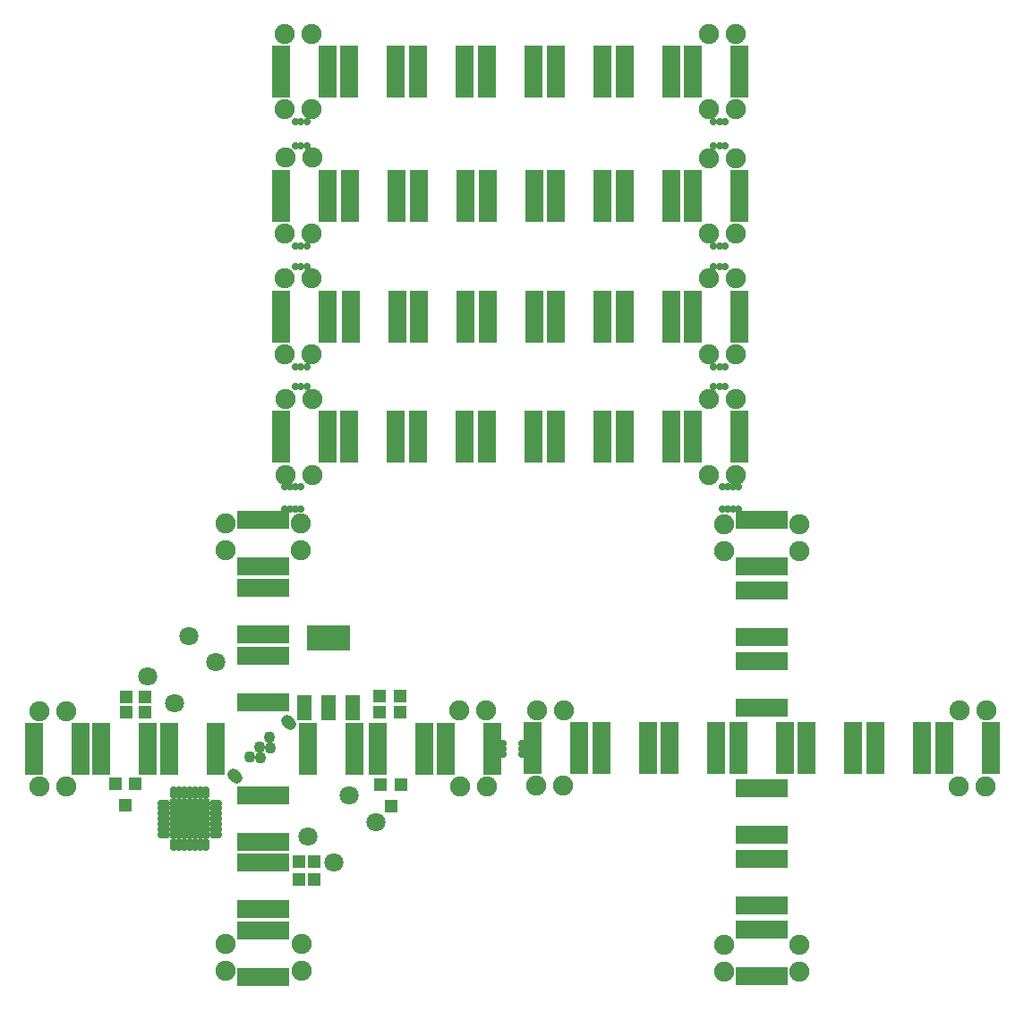
<source format=gbr>
G04 #@! TF.FileFunction,Soldermask,Top*
%FSLAX46Y46*%
G04 Gerber Fmt 4.6, Leading zero omitted, Abs format (unit mm)*
G04 Created by KiCad (PCBNEW 4.1.0-alpha+201605262346+6832~44~ubuntu16.04.1-product) date Sun Jun 12 18:08:28 2016*
%MOMM*%
%LPD*%
G01*
G04 APERTURE LIST*
%ADD10C,0.100000*%
%ADD11R,1.800000X1.800000*%
%ADD12R,1.700000X1.800000*%
%ADD13C,1.799540*%
%ADD14C,1.900000*%
%ADD15R,1.200000X1.150000*%
%ADD16R,1.800000X1.700000*%
%ADD17R,1.150000X1.200000*%
%ADD18O,0.700000X1.250000*%
%ADD19O,1.250000X0.700000*%
%ADD20R,2.075000X2.075000*%
%ADD21C,1.100000*%
%ADD22C,1.100000*%
%ADD23R,4.057600X2.432000*%
%ADD24R,1.416000X2.432000*%
%ADD25R,1.200100X1.200100*%
%ADD26C,0.700000*%
G04 APERTURE END LIST*
D10*
D11*
X107300000Y-134800000D03*
X107300000Y-130400000D03*
D12*
X105700000Y-130400000D03*
X105700000Y-134800000D03*
D11*
X104100000Y-134800000D03*
X104100000Y-130400000D03*
X107300000Y-141250000D03*
X107300000Y-136850000D03*
D12*
X105700000Y-136850000D03*
X105700000Y-141250000D03*
D11*
X104100000Y-141250000D03*
X104100000Y-136850000D03*
X107300000Y-128350000D03*
X107300000Y-123950000D03*
D12*
X105700000Y-123950000D03*
X105700000Y-128350000D03*
D11*
X104100000Y-128350000D03*
X104100000Y-123950000D03*
D13*
X101171296Y-137440511D03*
X97280511Y-141331296D03*
X98693000Y-134962215D03*
X94731504Y-138782289D03*
D14*
X102100000Y-126820000D03*
X102100000Y-124280000D03*
X109250000Y-126820000D03*
X109250000Y-124280000D03*
D15*
X110550000Y-156300000D03*
X109050000Y-156300000D03*
X109050000Y-158000000D03*
X110550000Y-158000000D03*
D11*
X104100000Y-156400000D03*
X104100000Y-160800000D03*
D12*
X105700000Y-160800000D03*
X105700000Y-156400000D03*
D11*
X107300000Y-156400000D03*
X107300000Y-160800000D03*
X104100000Y-162850000D03*
X104100000Y-167250000D03*
D12*
X105700000Y-167250000D03*
X105700000Y-162850000D03*
D11*
X107300000Y-162850000D03*
X107300000Y-167250000D03*
D14*
X109300000Y-164110000D03*
X109300000Y-166650000D03*
X102100000Y-164080000D03*
X102100000Y-166620000D03*
D11*
X94800000Y-144000000D03*
X90400000Y-144000000D03*
D16*
X90400000Y-145600000D03*
X94800000Y-145600000D03*
D11*
X94800000Y-147200000D03*
X90400000Y-147200000D03*
D14*
X87020000Y-149150000D03*
X84480000Y-149150000D03*
D17*
X92730000Y-140690000D03*
X92730000Y-142190000D03*
D18*
X100250000Y-149800000D03*
X99750000Y-149800000D03*
X99250000Y-149800000D03*
X98750000Y-149800000D03*
X98250000Y-149800000D03*
X97750000Y-149800000D03*
X97250000Y-149800000D03*
D19*
X96300000Y-150750000D03*
X96300000Y-151250000D03*
X96300000Y-151750000D03*
X96300000Y-152250000D03*
X96300000Y-152750000D03*
X96300000Y-153250000D03*
X96300000Y-153750000D03*
D18*
X97250000Y-154700000D03*
X97750000Y-154700000D03*
X98250000Y-154700000D03*
X98750000Y-154700000D03*
X99250000Y-154700000D03*
X99750000Y-154700000D03*
X100250000Y-154700000D03*
D19*
X101200000Y-153750000D03*
X101200000Y-153250000D03*
X101200000Y-152750000D03*
X101200000Y-152250000D03*
X101200000Y-151750000D03*
X101200000Y-151250000D03*
X101200000Y-150750000D03*
D20*
X97912500Y-153087500D03*
X99587500Y-153087500D03*
X97912500Y-151412500D03*
X99587500Y-151412500D03*
D11*
X88400000Y-144000000D03*
X84000000Y-144000000D03*
D16*
X84000000Y-145600000D03*
X88400000Y-145600000D03*
D11*
X88400000Y-147200000D03*
X84000000Y-147200000D03*
D17*
X94550000Y-142190000D03*
X94550000Y-140690000D03*
D11*
X101200000Y-144000000D03*
X96800000Y-144000000D03*
D16*
X96800000Y-145600000D03*
X101200000Y-145600000D03*
D11*
X101200000Y-147200000D03*
X96800000Y-147200000D03*
D14*
X87020000Y-142050000D03*
X84480000Y-142050000D03*
D17*
X118650000Y-142150000D03*
X118650000Y-140650000D03*
X116650000Y-142130000D03*
X116650000Y-140630000D03*
D11*
X109950000Y-147200000D03*
X114350000Y-147200000D03*
D16*
X114350000Y-145600000D03*
X109950000Y-145600000D03*
D11*
X109950000Y-144000000D03*
X114350000Y-144000000D03*
D21*
X107864186Y-142895559D02*
X108217740Y-143249113D01*
X102808373Y-147951373D02*
X103161927Y-148304927D01*
D22*
X104399717Y-146399627D03*
X105342644Y-145456700D03*
X106240669Y-144558675D03*
X105389313Y-146431093D03*
X106326229Y-145529532D03*
D11*
X116500000Y-147200000D03*
X120900000Y-147200000D03*
D16*
X120900000Y-145600000D03*
X116500000Y-145600000D03*
D11*
X116500000Y-144000000D03*
X120900000Y-144000000D03*
X104100000Y-150000000D03*
X104100000Y-154400000D03*
D12*
X105700000Y-154400000D03*
X105700000Y-150000000D03*
D11*
X107300000Y-150000000D03*
X107300000Y-154400000D03*
D13*
X109928704Y-153879489D03*
X113819489Y-149988704D03*
X112407000Y-156357785D03*
X116368496Y-152537711D03*
D14*
X110320000Y-119700000D03*
X107780000Y-119700000D03*
D11*
X111810000Y-103100000D03*
X107410000Y-103100000D03*
D16*
X107410000Y-104700000D03*
X111810000Y-104700000D03*
D11*
X111810000Y-106300000D03*
X107410000Y-106300000D03*
X111800000Y-114500000D03*
X107400000Y-114500000D03*
D16*
X107400000Y-116100000D03*
X111800000Y-116100000D03*
D11*
X111800000Y-117700000D03*
X107400000Y-117700000D03*
X118250000Y-114500000D03*
X113850000Y-114500000D03*
D16*
X113850000Y-116100000D03*
X118250000Y-116100000D03*
D11*
X118250000Y-117700000D03*
X113850000Y-117700000D03*
X118350000Y-103100000D03*
X113950000Y-103100000D03*
D16*
X113950000Y-104700000D03*
X118350000Y-104700000D03*
D11*
X118350000Y-106300000D03*
X113950000Y-106300000D03*
D14*
X110270000Y-108300000D03*
X107730000Y-108300000D03*
X110270000Y-101100000D03*
X107730000Y-101100000D03*
X110320000Y-112500000D03*
X107780000Y-112500000D03*
X110290000Y-96850000D03*
X107750000Y-96850000D03*
D11*
X111800000Y-91700000D03*
X107400000Y-91700000D03*
D16*
X107400000Y-93300000D03*
X111800000Y-93300000D03*
D11*
X111800000Y-94900000D03*
X107400000Y-94900000D03*
X111800000Y-79900000D03*
X107400000Y-79900000D03*
D16*
X107400000Y-81500000D03*
X111800000Y-81500000D03*
D11*
X111800000Y-83100000D03*
X107400000Y-83100000D03*
D14*
X110270000Y-85100000D03*
X107730000Y-85100000D03*
X110270000Y-77950000D03*
X107730000Y-77950000D03*
X110320000Y-89650000D03*
X107780000Y-89650000D03*
D11*
X131250000Y-79900000D03*
X126850000Y-79900000D03*
D16*
X126850000Y-81500000D03*
X131250000Y-81500000D03*
D11*
X131250000Y-83100000D03*
X126850000Y-83100000D03*
X137750000Y-79900000D03*
X133350000Y-79900000D03*
D16*
X133350000Y-81500000D03*
X137750000Y-81500000D03*
D11*
X137750000Y-83100000D03*
X133350000Y-83100000D03*
X137750000Y-91700000D03*
X133350000Y-91700000D03*
D16*
X133350000Y-93300000D03*
X137750000Y-93300000D03*
D11*
X137750000Y-94900000D03*
X133350000Y-94900000D03*
X131300000Y-91700000D03*
X126900000Y-91700000D03*
D16*
X126900000Y-93300000D03*
X131300000Y-93300000D03*
D11*
X131300000Y-94900000D03*
X126900000Y-94900000D03*
X131250000Y-114500000D03*
X126850000Y-114500000D03*
D16*
X126850000Y-116100000D03*
X131250000Y-116100000D03*
D11*
X131250000Y-117700000D03*
X126850000Y-117700000D03*
X131310000Y-103100000D03*
X126910000Y-103100000D03*
D16*
X126910000Y-104700000D03*
X131310000Y-104700000D03*
D11*
X131310000Y-106300000D03*
X126910000Y-106300000D03*
X124850000Y-103100000D03*
X120450000Y-103100000D03*
D16*
X120450000Y-104700000D03*
X124850000Y-104700000D03*
D11*
X124850000Y-106300000D03*
X120450000Y-106300000D03*
X137750000Y-114500000D03*
X133350000Y-114500000D03*
D16*
X133350000Y-116100000D03*
X137750000Y-116100000D03*
D11*
X137750000Y-117700000D03*
X133350000Y-117700000D03*
X137800000Y-103100000D03*
X133400000Y-103100000D03*
D16*
X133400000Y-104700000D03*
X137800000Y-104700000D03*
D11*
X137800000Y-106300000D03*
X133400000Y-106300000D03*
X124750000Y-114500000D03*
X120350000Y-114500000D03*
D16*
X120350000Y-116100000D03*
X124750000Y-116100000D03*
D11*
X124750000Y-117700000D03*
X120350000Y-117700000D03*
X144250000Y-79900000D03*
X139850000Y-79900000D03*
D16*
X139850000Y-81500000D03*
X144250000Y-81500000D03*
D11*
X144250000Y-83100000D03*
X139850000Y-83100000D03*
X150750000Y-79900000D03*
X146350000Y-79900000D03*
D16*
X146350000Y-81500000D03*
X150750000Y-81500000D03*
D11*
X150750000Y-83100000D03*
X146350000Y-83100000D03*
D14*
X150370000Y-85050000D03*
X147830000Y-85050000D03*
X150370000Y-77950000D03*
X147830000Y-77950000D03*
X150370000Y-96850000D03*
X147830000Y-96850000D03*
D11*
X144250000Y-91700000D03*
X139850000Y-91700000D03*
D16*
X139850000Y-93300000D03*
X144250000Y-93300000D03*
D11*
X144250000Y-94900000D03*
X139850000Y-94900000D03*
X150750000Y-91700000D03*
X146350000Y-91700000D03*
D16*
X146350000Y-93300000D03*
X150750000Y-93300000D03*
D11*
X150750000Y-94900000D03*
X146350000Y-94900000D03*
D14*
X150370000Y-89700000D03*
X147830000Y-89700000D03*
D11*
X124800000Y-91700000D03*
X120400000Y-91700000D03*
D16*
X120400000Y-93300000D03*
X124800000Y-93300000D03*
D11*
X124800000Y-94900000D03*
X120400000Y-94900000D03*
X118300000Y-91700000D03*
X113900000Y-91700000D03*
D16*
X113900000Y-93300000D03*
X118300000Y-93300000D03*
D11*
X118300000Y-94900000D03*
X113900000Y-94900000D03*
X118250000Y-79900000D03*
X113850000Y-79900000D03*
D16*
X113850000Y-81500000D03*
X118250000Y-81500000D03*
D11*
X118250000Y-83100000D03*
X113850000Y-83100000D03*
X124750000Y-79900000D03*
X120350000Y-79900000D03*
D16*
X120350000Y-81500000D03*
X124750000Y-81500000D03*
D11*
X124750000Y-83100000D03*
X120350000Y-83100000D03*
X144300000Y-103100000D03*
X139900000Y-103100000D03*
D16*
X139900000Y-104700000D03*
X144300000Y-104700000D03*
D11*
X144300000Y-106300000D03*
X139900000Y-106300000D03*
X150750000Y-103100000D03*
X146350000Y-103100000D03*
D16*
X146350000Y-104700000D03*
X150750000Y-104700000D03*
D11*
X150750000Y-106300000D03*
X146350000Y-106300000D03*
D14*
X150370000Y-101100000D03*
X147830000Y-101100000D03*
D11*
X150700000Y-114500000D03*
X146300000Y-114500000D03*
D16*
X146300000Y-116100000D03*
X150700000Y-116100000D03*
D11*
X150700000Y-117700000D03*
X146300000Y-117700000D03*
D14*
X150370000Y-108300000D03*
X147830000Y-108300000D03*
D11*
X144250000Y-114500000D03*
X139850000Y-114500000D03*
D16*
X139850000Y-116100000D03*
X144250000Y-116100000D03*
D11*
X144250000Y-117700000D03*
X139850000Y-117700000D03*
D14*
X150420000Y-119700000D03*
X147880000Y-119700000D03*
X150420000Y-112500000D03*
X147880000Y-112500000D03*
X124280000Y-149150000D03*
X126820000Y-149150000D03*
D11*
X154450000Y-153750000D03*
X154450000Y-149350000D03*
D12*
X152850000Y-149350000D03*
X152850000Y-153750000D03*
D11*
X151250000Y-153750000D03*
X151250000Y-149350000D03*
X122950000Y-147200000D03*
X127350000Y-147200000D03*
D16*
X127350000Y-145600000D03*
X122950000Y-145600000D03*
D11*
X122950000Y-144000000D03*
X127350000Y-144000000D03*
D14*
X149300000Y-166670000D03*
X149300000Y-164130000D03*
X156400000Y-166720000D03*
X156400000Y-164180000D03*
D11*
X154450000Y-167150000D03*
X154450000Y-162750000D03*
D12*
X152850000Y-162750000D03*
X152850000Y-167150000D03*
D11*
X151250000Y-167150000D03*
X151250000Y-162750000D03*
X154450000Y-160450000D03*
X154450000Y-156050000D03*
D12*
X152850000Y-156050000D03*
X152850000Y-160450000D03*
D11*
X151250000Y-160450000D03*
X151250000Y-156050000D03*
D14*
X124230000Y-142000000D03*
X126770000Y-142000000D03*
D11*
X144150000Y-147150000D03*
X148550000Y-147150000D03*
D16*
X148550000Y-145550000D03*
X144150000Y-145550000D03*
D11*
X144150000Y-143950000D03*
X148550000Y-143950000D03*
X151250000Y-137300000D03*
X151250000Y-141700000D03*
D12*
X152850000Y-141700000D03*
X152850000Y-137300000D03*
D11*
X154450000Y-137300000D03*
X154450000Y-141700000D03*
X150650000Y-147150000D03*
X155050000Y-147150000D03*
D16*
X155050000Y-145550000D03*
X150650000Y-145550000D03*
D11*
X150650000Y-143950000D03*
X155050000Y-143950000D03*
D14*
X131530000Y-149100000D03*
X134070000Y-149100000D03*
X131550000Y-141950000D03*
X134090000Y-141950000D03*
D11*
X131150000Y-147150000D03*
X135550000Y-147150000D03*
D16*
X135550000Y-145550000D03*
X131150000Y-145550000D03*
D11*
X131150000Y-143950000D03*
X135550000Y-143950000D03*
X137650000Y-147150000D03*
X142050000Y-147150000D03*
D16*
X142050000Y-145550000D03*
X137650000Y-145550000D03*
D11*
X137650000Y-143950000D03*
X142050000Y-143950000D03*
D14*
X174020000Y-149150000D03*
X171480000Y-149150000D03*
D11*
X168000000Y-143950000D03*
X163600000Y-143950000D03*
D16*
X163600000Y-145550000D03*
X168000000Y-145550000D03*
D11*
X168000000Y-147150000D03*
X163600000Y-147150000D03*
X174500000Y-143950000D03*
X170100000Y-143950000D03*
D16*
X170100000Y-145550000D03*
X174500000Y-145550000D03*
D11*
X174500000Y-147150000D03*
X170100000Y-147150000D03*
X161500000Y-143950000D03*
X157100000Y-143950000D03*
D16*
X157100000Y-145550000D03*
X161500000Y-145550000D03*
D11*
X161500000Y-147150000D03*
X157100000Y-147150000D03*
D14*
X174070000Y-142000000D03*
X171530000Y-142000000D03*
D11*
X151250000Y-123950000D03*
X151250000Y-128350000D03*
D12*
X152850000Y-128350000D03*
X152850000Y-123950000D03*
D11*
X154450000Y-123950000D03*
X154450000Y-128350000D03*
X151250000Y-130600000D03*
X151250000Y-135000000D03*
D12*
X152850000Y-135000000D03*
X152850000Y-130600000D03*
D11*
X154450000Y-130600000D03*
X154450000Y-135000000D03*
D14*
X156400000Y-124330000D03*
X156400000Y-126870000D03*
X149300000Y-124330000D03*
X149300000Y-126870000D03*
D23*
X111850000Y-135098000D03*
D24*
X111850000Y-141702000D03*
X114136000Y-141702000D03*
X109564000Y-141702000D03*
D25*
X93600000Y-148949240D03*
X91700000Y-148949240D03*
X92650000Y-150948220D03*
X118700000Y-149000240D03*
X116800000Y-149000240D03*
X117750000Y-150999220D03*
D26*
X108700000Y-120850000D03*
X109200000Y-120850000D03*
X108200000Y-120850000D03*
X107700000Y-120850000D03*
X149100000Y-120850000D03*
X149600000Y-120850000D03*
X150100000Y-120850000D03*
X150600000Y-120850000D03*
X149100000Y-122900000D03*
X149600000Y-122900000D03*
X150100000Y-122900000D03*
X150600000Y-122900000D03*
X107700000Y-122900000D03*
X108200000Y-122900000D03*
X108700000Y-122900000D03*
X109200000Y-122900000D03*
X108700000Y-111350000D03*
X109250000Y-111350000D03*
X109800000Y-111350000D03*
X108700000Y-109450000D03*
X109250000Y-109450000D03*
X109800000Y-109450000D03*
X108700000Y-99950000D03*
X109250000Y-99950000D03*
X109800000Y-99950000D03*
X108700000Y-98050000D03*
X109250000Y-98050000D03*
X109800000Y-98050000D03*
X109800000Y-88550000D03*
X109250000Y-88550000D03*
X108700000Y-88550000D03*
X109800000Y-86250000D03*
X109250000Y-86250000D03*
X108700000Y-86250000D03*
X149400000Y-86250000D03*
X148850000Y-86250000D03*
X148300000Y-86250000D03*
X149400000Y-88550000D03*
X148850000Y-88550000D03*
X148300000Y-88550000D03*
X149400000Y-98050000D03*
X148850000Y-98050000D03*
X148300000Y-98050000D03*
X149400000Y-99950000D03*
X148850000Y-99950000D03*
X148300000Y-99950000D03*
X149400000Y-109450000D03*
X148850000Y-109450000D03*
X148300000Y-109450000D03*
X149400000Y-111350000D03*
X148850000Y-111350000D03*
X148300000Y-111350000D03*
X130150000Y-145150000D03*
X130150000Y-145650000D03*
X130150000Y-146150000D03*
X128350000Y-145150000D03*
X128350000Y-145650000D03*
X128350000Y-146150000D03*
M02*

</source>
